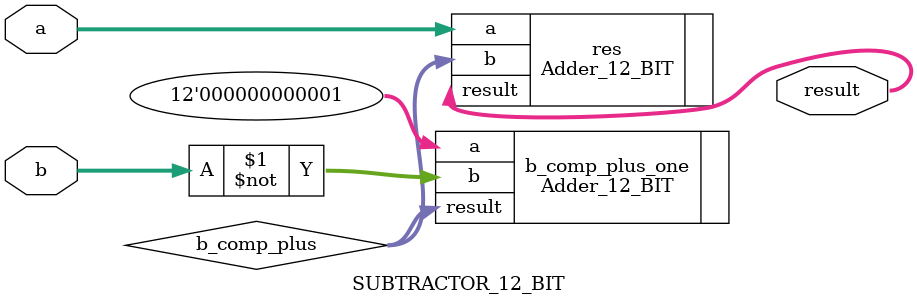
<source format=v>
`timescale 1ns / 1ps
module SUBTRACTOR_12_BIT(
	 input [11:0] a,
    input [11:0] b,
    output  [11:0] result
    );
	 wire [11:0] b_comp_plus;
	 Adder_12_BIT b_comp_plus_one(.a(12'b000000000001),.b(~b),.result(b_comp_plus));
	 Adder_12_BIT res(.a(a),.b(b_comp_plus),.result(result));


endmodule

</source>
